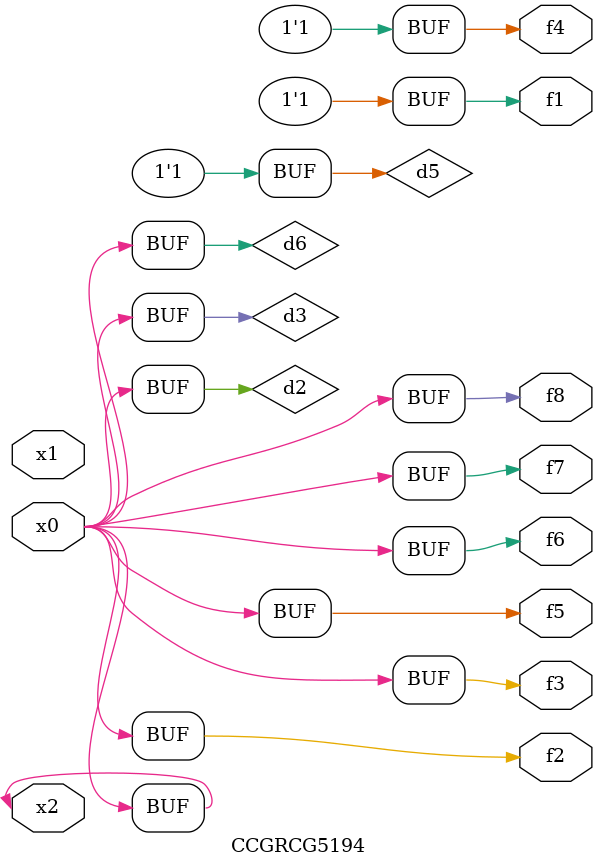
<source format=v>
module CCGRCG5194(
	input x0, x1, x2,
	output f1, f2, f3, f4, f5, f6, f7, f8
);

	wire d1, d2, d3, d4, d5, d6;

	xnor (d1, x2);
	buf (d2, x0, x2);
	and (d3, x0);
	xnor (d4, x1, x2);
	nand (d5, d1, d3);
	buf (d6, d2, d3);
	assign f1 = d5;
	assign f2 = d6;
	assign f3 = d6;
	assign f4 = d5;
	assign f5 = d6;
	assign f6 = d6;
	assign f7 = d6;
	assign f8 = d6;
endmodule

</source>
